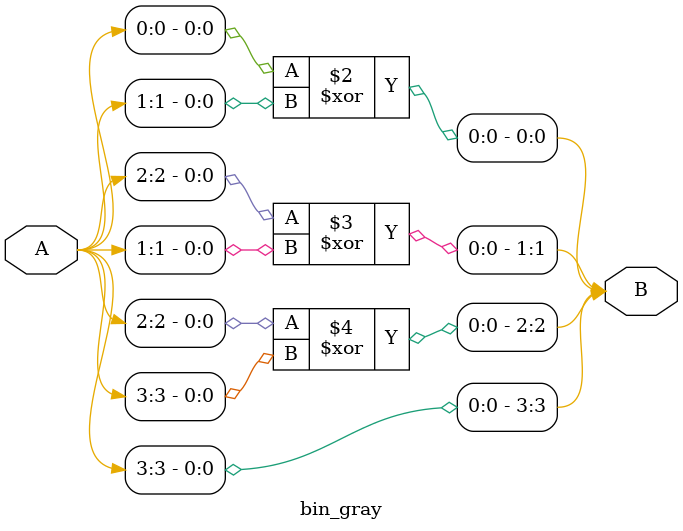
<source format=sv>
`timescale 1ns / 1ps


module bin_gray(
    input logic [3:0] A,
    output logic [3:0] B
    );
    
    always_comb begin
        
        B[0] = A[0] ^ A[1];
        B[1] = A[2] ^ A[1];
        B[2] = A[2] ^ A[3];
        B[3] = A[3] ;
    
    
    end
endmodule

</source>
